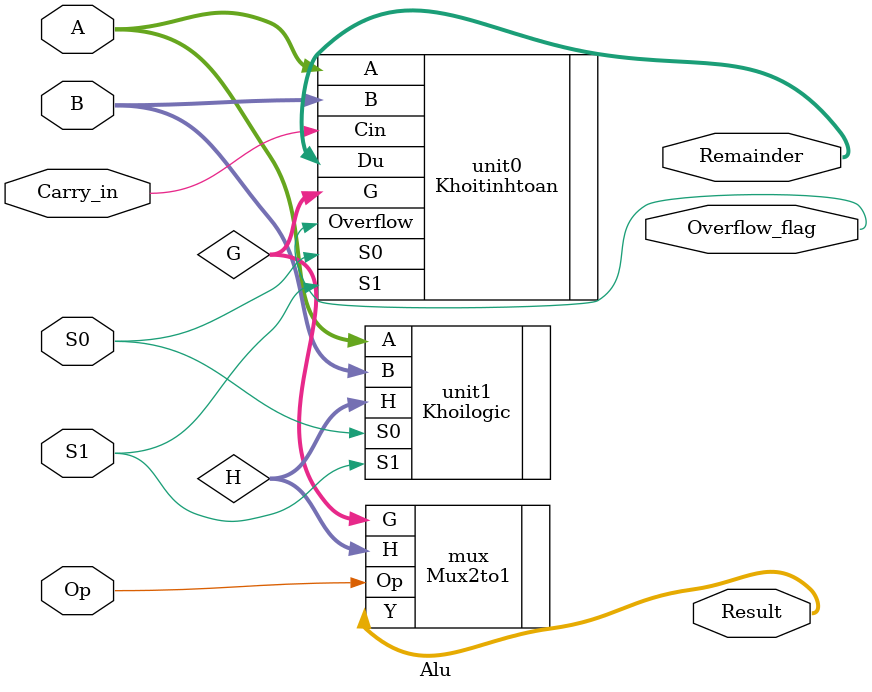
<source format=v>
`timescale 1ns / 1ps


module Alu(
input [7:0] A,B,
input S1,S0,Op,
input Carry_in, 
output [7:0]Result,
output Overflow_flag,
output [7:0] Remainder);

wire [7:0] G,H,Du;
wire Overflow;

Khoitinhtoan unit0(.A(A),.B(B),.S1(S1),.S0(S0),.Cin(Carry_in),.G(G),.Overflow(Overflow_flag),.Du(Remainder));
Khoilogic unit1(.A(A),.B(B),.S1(S1),.S0(S0),.H(H));
Mux2to1 mux(.G(G),.H(H),.Op(Op),.Y(Result));

endmodule


</source>
